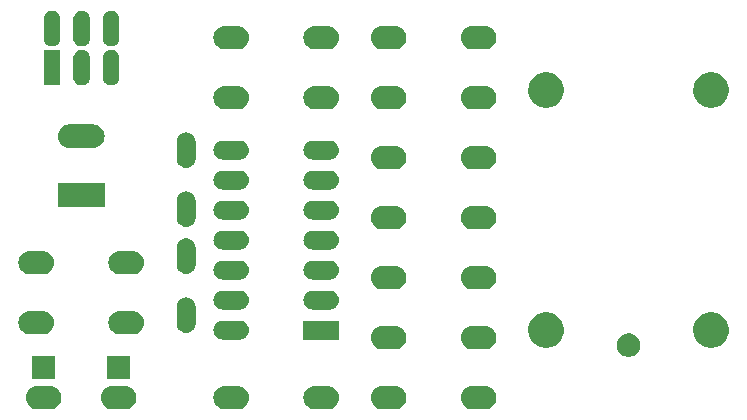
<source format=gbr>
G04 #@! TF.GenerationSoftware,KiCad,Pcbnew,(5.0.1)-4*
G04 #@! TF.CreationDate,2019-02-21T12:32:08-03:00*
G04 #@! TF.ProjectId,ponta-de-prova-logica-simplificada,706F6E74612D64652D70726F76612D6C,02*
G04 #@! TF.SameCoordinates,Original*
G04 #@! TF.FileFunction,Soldermask,Top*
G04 #@! TF.FilePolarity,Negative*
%FSLAX46Y46*%
G04 Gerber Fmt 4.6, Leading zero omitted, Abs format (unit mm)*
G04 Created by KiCad (PCBNEW (5.0.1)-4) date 21-02-2019 12:32:08*
%MOMM*%
%LPD*%
G01*
G04 APERTURE LIST*
%ADD10C,0.100000*%
G04 APERTURE END LIST*
D10*
G36*
X172146030Y-115854469D02*
X172146033Y-115854470D01*
X172146034Y-115854470D01*
X172334535Y-115911651D01*
X172334537Y-115911652D01*
X172508260Y-116004509D01*
X172660528Y-116129472D01*
X172785491Y-116281740D01*
X172878348Y-116455463D01*
X172935531Y-116643970D01*
X172954838Y-116840000D01*
X172935531Y-117036030D01*
X172878348Y-117224537D01*
X172785491Y-117398260D01*
X172660528Y-117550528D01*
X172508260Y-117675491D01*
X172508258Y-117675492D01*
X172334535Y-117768349D01*
X172146034Y-117825530D01*
X172146033Y-117825530D01*
X172146030Y-117825531D01*
X171999124Y-117840000D01*
X170900876Y-117840000D01*
X170753970Y-117825531D01*
X170753967Y-117825530D01*
X170753966Y-117825530D01*
X170565465Y-117768349D01*
X170391742Y-117675492D01*
X170391740Y-117675491D01*
X170239472Y-117550528D01*
X170114509Y-117398260D01*
X170021652Y-117224537D01*
X169964469Y-117036030D01*
X169945162Y-116840000D01*
X169964469Y-116643970D01*
X170021652Y-116455463D01*
X170114509Y-116281740D01*
X170239472Y-116129472D01*
X170391740Y-116004509D01*
X170565463Y-115911652D01*
X170565465Y-115911651D01*
X170753966Y-115854470D01*
X170753967Y-115854470D01*
X170753970Y-115854469D01*
X170900876Y-115840000D01*
X171999124Y-115840000D01*
X172146030Y-115854469D01*
X172146030Y-115854469D01*
G37*
G36*
X164526030Y-115854469D02*
X164526033Y-115854470D01*
X164526034Y-115854470D01*
X164714535Y-115911651D01*
X164714537Y-115911652D01*
X164888260Y-116004509D01*
X165040528Y-116129472D01*
X165165491Y-116281740D01*
X165258348Y-116455463D01*
X165315531Y-116643970D01*
X165334838Y-116840000D01*
X165315531Y-117036030D01*
X165258348Y-117224537D01*
X165165491Y-117398260D01*
X165040528Y-117550528D01*
X164888260Y-117675491D01*
X164888258Y-117675492D01*
X164714535Y-117768349D01*
X164526034Y-117825530D01*
X164526033Y-117825530D01*
X164526030Y-117825531D01*
X164379124Y-117840000D01*
X163280876Y-117840000D01*
X163133970Y-117825531D01*
X163133967Y-117825530D01*
X163133966Y-117825530D01*
X162945465Y-117768349D01*
X162771742Y-117675492D01*
X162771740Y-117675491D01*
X162619472Y-117550528D01*
X162494509Y-117398260D01*
X162401652Y-117224537D01*
X162344469Y-117036030D01*
X162325162Y-116840000D01*
X162344469Y-116643970D01*
X162401652Y-116455463D01*
X162494509Y-116281740D01*
X162619472Y-116129472D01*
X162771740Y-116004509D01*
X162945463Y-115911652D01*
X162945465Y-115911651D01*
X163133966Y-115854470D01*
X163133967Y-115854470D01*
X163133970Y-115854469D01*
X163280876Y-115840000D01*
X164379124Y-115840000D01*
X164526030Y-115854469D01*
X164526030Y-115854469D01*
G37*
G36*
X158811030Y-115854469D02*
X158811033Y-115854470D01*
X158811034Y-115854470D01*
X158999535Y-115911651D01*
X158999537Y-115911652D01*
X159173260Y-116004509D01*
X159325528Y-116129472D01*
X159450491Y-116281740D01*
X159543348Y-116455463D01*
X159600531Y-116643970D01*
X159619838Y-116840000D01*
X159600531Y-117036030D01*
X159543348Y-117224537D01*
X159450491Y-117398260D01*
X159325528Y-117550528D01*
X159173260Y-117675491D01*
X159173258Y-117675492D01*
X158999535Y-117768349D01*
X158811034Y-117825530D01*
X158811033Y-117825530D01*
X158811030Y-117825531D01*
X158664124Y-117840000D01*
X157565876Y-117840000D01*
X157418970Y-117825531D01*
X157418967Y-117825530D01*
X157418966Y-117825530D01*
X157230465Y-117768349D01*
X157056742Y-117675492D01*
X157056740Y-117675491D01*
X156904472Y-117550528D01*
X156779509Y-117398260D01*
X156686652Y-117224537D01*
X156629469Y-117036030D01*
X156610162Y-116840000D01*
X156629469Y-116643970D01*
X156686652Y-116455463D01*
X156779509Y-116281740D01*
X156904472Y-116129472D01*
X157056740Y-116004509D01*
X157230463Y-115911652D01*
X157230465Y-115911651D01*
X157418966Y-115854470D01*
X157418967Y-115854470D01*
X157418970Y-115854469D01*
X157565876Y-115840000D01*
X158664124Y-115840000D01*
X158811030Y-115854469D01*
X158811030Y-115854469D01*
G37*
G36*
X141666030Y-115854469D02*
X141666033Y-115854470D01*
X141666034Y-115854470D01*
X141854535Y-115911651D01*
X141854537Y-115911652D01*
X142028260Y-116004509D01*
X142180528Y-116129472D01*
X142305491Y-116281740D01*
X142398348Y-116455463D01*
X142455531Y-116643970D01*
X142474838Y-116840000D01*
X142455531Y-117036030D01*
X142398348Y-117224537D01*
X142305491Y-117398260D01*
X142180528Y-117550528D01*
X142028260Y-117675491D01*
X142028258Y-117675492D01*
X141854535Y-117768349D01*
X141666034Y-117825530D01*
X141666033Y-117825530D01*
X141666030Y-117825531D01*
X141519124Y-117840000D01*
X140420876Y-117840000D01*
X140273970Y-117825531D01*
X140273967Y-117825530D01*
X140273966Y-117825530D01*
X140085465Y-117768349D01*
X139911742Y-117675492D01*
X139911740Y-117675491D01*
X139759472Y-117550528D01*
X139634509Y-117398260D01*
X139541652Y-117224537D01*
X139484469Y-117036030D01*
X139465162Y-116840000D01*
X139484469Y-116643970D01*
X139541652Y-116455463D01*
X139634509Y-116281740D01*
X139759472Y-116129472D01*
X139911740Y-116004509D01*
X140085463Y-115911652D01*
X140085465Y-115911651D01*
X140273966Y-115854470D01*
X140273967Y-115854470D01*
X140273970Y-115854469D01*
X140420876Y-115840000D01*
X141519124Y-115840000D01*
X141666030Y-115854469D01*
X141666030Y-115854469D01*
G37*
G36*
X151191030Y-115854469D02*
X151191033Y-115854470D01*
X151191034Y-115854470D01*
X151379535Y-115911651D01*
X151379537Y-115911652D01*
X151553260Y-116004509D01*
X151705528Y-116129472D01*
X151830491Y-116281740D01*
X151923348Y-116455463D01*
X151980531Y-116643970D01*
X151999838Y-116840000D01*
X151980531Y-117036030D01*
X151923348Y-117224537D01*
X151830491Y-117398260D01*
X151705528Y-117550528D01*
X151553260Y-117675491D01*
X151553258Y-117675492D01*
X151379535Y-117768349D01*
X151191034Y-117825530D01*
X151191033Y-117825530D01*
X151191030Y-117825531D01*
X151044124Y-117840000D01*
X149945876Y-117840000D01*
X149798970Y-117825531D01*
X149798967Y-117825530D01*
X149798966Y-117825530D01*
X149610465Y-117768349D01*
X149436742Y-117675492D01*
X149436740Y-117675491D01*
X149284472Y-117550528D01*
X149159509Y-117398260D01*
X149066652Y-117224537D01*
X149009469Y-117036030D01*
X148990162Y-116840000D01*
X149009469Y-116643970D01*
X149066652Y-116455463D01*
X149159509Y-116281740D01*
X149284472Y-116129472D01*
X149436740Y-116004509D01*
X149610463Y-115911652D01*
X149610465Y-115911651D01*
X149798966Y-115854470D01*
X149798967Y-115854470D01*
X149798970Y-115854469D01*
X149945876Y-115840000D01*
X151044124Y-115840000D01*
X151191030Y-115854469D01*
X151191030Y-115854469D01*
G37*
G36*
X135316030Y-115854469D02*
X135316033Y-115854470D01*
X135316034Y-115854470D01*
X135504535Y-115911651D01*
X135504537Y-115911652D01*
X135678260Y-116004509D01*
X135830528Y-116129472D01*
X135955491Y-116281740D01*
X136048348Y-116455463D01*
X136105531Y-116643970D01*
X136124838Y-116840000D01*
X136105531Y-117036030D01*
X136048348Y-117224537D01*
X135955491Y-117398260D01*
X135830528Y-117550528D01*
X135678260Y-117675491D01*
X135678258Y-117675492D01*
X135504535Y-117768349D01*
X135316034Y-117825530D01*
X135316033Y-117825530D01*
X135316030Y-117825531D01*
X135169124Y-117840000D01*
X134070876Y-117840000D01*
X133923970Y-117825531D01*
X133923967Y-117825530D01*
X133923966Y-117825530D01*
X133735465Y-117768349D01*
X133561742Y-117675492D01*
X133561740Y-117675491D01*
X133409472Y-117550528D01*
X133284509Y-117398260D01*
X133191652Y-117224537D01*
X133134469Y-117036030D01*
X133115162Y-116840000D01*
X133134469Y-116643970D01*
X133191652Y-116455463D01*
X133284509Y-116281740D01*
X133409472Y-116129472D01*
X133561740Y-116004509D01*
X133735463Y-115911652D01*
X133735465Y-115911651D01*
X133923966Y-115854470D01*
X133923967Y-115854470D01*
X133923970Y-115854469D01*
X134070876Y-115840000D01*
X135169124Y-115840000D01*
X135316030Y-115854469D01*
X135316030Y-115854469D01*
G37*
G36*
X135620000Y-115300000D02*
X133620000Y-115300000D01*
X133620000Y-113300000D01*
X135620000Y-113300000D01*
X135620000Y-115300000D01*
X135620000Y-115300000D01*
G37*
G36*
X141970000Y-115300000D02*
X139970000Y-115300000D01*
X139970000Y-113300000D01*
X141970000Y-113300000D01*
X141970000Y-115300000D01*
X141970000Y-115300000D01*
G37*
G36*
X184441538Y-111433919D02*
X184623437Y-111509264D01*
X184787141Y-111618648D01*
X184926352Y-111757859D01*
X185035736Y-111921563D01*
X185111081Y-112103462D01*
X185149490Y-112296557D01*
X185149490Y-112493443D01*
X185111081Y-112686538D01*
X185035736Y-112868437D01*
X184926352Y-113032141D01*
X184787141Y-113171352D01*
X184623437Y-113280736D01*
X184441538Y-113356081D01*
X184248443Y-113394490D01*
X184051557Y-113394490D01*
X183858462Y-113356081D01*
X183676563Y-113280736D01*
X183512859Y-113171352D01*
X183373648Y-113032141D01*
X183264264Y-112868437D01*
X183188919Y-112686538D01*
X183150510Y-112493443D01*
X183150510Y-112296557D01*
X183188919Y-112103462D01*
X183264264Y-111921563D01*
X183373648Y-111757859D01*
X183512859Y-111618648D01*
X183676563Y-111509264D01*
X183858462Y-111433919D01*
X184051557Y-111395510D01*
X184248443Y-111395510D01*
X184441538Y-111433919D01*
X184441538Y-111433919D01*
G37*
G36*
X164526030Y-110774469D02*
X164526033Y-110774470D01*
X164526034Y-110774470D01*
X164714535Y-110831651D01*
X164714537Y-110831652D01*
X164888260Y-110924509D01*
X165040528Y-111049472D01*
X165165491Y-111201740D01*
X165231637Y-111325491D01*
X165258349Y-111375465D01*
X165315530Y-111563966D01*
X165315531Y-111563970D01*
X165334838Y-111760000D01*
X165315531Y-111956030D01*
X165258348Y-112144537D01*
X165165491Y-112318260D01*
X165040528Y-112470528D01*
X164888260Y-112595491D01*
X164714537Y-112688348D01*
X164714535Y-112688349D01*
X164526034Y-112745530D01*
X164526033Y-112745530D01*
X164526030Y-112745531D01*
X164379124Y-112760000D01*
X163280876Y-112760000D01*
X163133970Y-112745531D01*
X163133967Y-112745530D01*
X163133966Y-112745530D01*
X162945465Y-112688349D01*
X162945463Y-112688348D01*
X162771740Y-112595491D01*
X162619472Y-112470528D01*
X162494509Y-112318260D01*
X162401652Y-112144537D01*
X162344469Y-111956030D01*
X162325162Y-111760000D01*
X162344469Y-111563970D01*
X162344470Y-111563966D01*
X162401651Y-111375465D01*
X162428363Y-111325491D01*
X162494509Y-111201740D01*
X162619472Y-111049472D01*
X162771740Y-110924509D01*
X162945463Y-110831652D01*
X162945465Y-110831651D01*
X163133966Y-110774470D01*
X163133967Y-110774470D01*
X163133970Y-110774469D01*
X163280876Y-110760000D01*
X164379124Y-110760000D01*
X164526030Y-110774469D01*
X164526030Y-110774469D01*
G37*
G36*
X172146030Y-110774469D02*
X172146033Y-110774470D01*
X172146034Y-110774470D01*
X172334535Y-110831651D01*
X172334537Y-110831652D01*
X172508260Y-110924509D01*
X172660528Y-111049472D01*
X172785491Y-111201740D01*
X172851637Y-111325491D01*
X172878349Y-111375465D01*
X172935530Y-111563966D01*
X172935531Y-111563970D01*
X172954838Y-111760000D01*
X172935531Y-111956030D01*
X172878348Y-112144537D01*
X172785491Y-112318260D01*
X172660528Y-112470528D01*
X172508260Y-112595491D01*
X172334537Y-112688348D01*
X172334535Y-112688349D01*
X172146034Y-112745530D01*
X172146033Y-112745530D01*
X172146030Y-112745531D01*
X171999124Y-112760000D01*
X170900876Y-112760000D01*
X170753970Y-112745531D01*
X170753967Y-112745530D01*
X170753966Y-112745530D01*
X170565465Y-112688349D01*
X170565463Y-112688348D01*
X170391740Y-112595491D01*
X170239472Y-112470528D01*
X170114509Y-112318260D01*
X170021652Y-112144537D01*
X169964469Y-111956030D01*
X169945162Y-111760000D01*
X169964469Y-111563970D01*
X169964470Y-111563966D01*
X170021651Y-111375465D01*
X170048363Y-111325491D01*
X170114509Y-111201740D01*
X170239472Y-111049472D01*
X170391740Y-110924509D01*
X170565463Y-110831652D01*
X170565465Y-110831651D01*
X170753966Y-110774470D01*
X170753967Y-110774470D01*
X170753970Y-110774469D01*
X170900876Y-110760000D01*
X171999124Y-110760000D01*
X172146030Y-110774469D01*
X172146030Y-110774469D01*
G37*
G36*
X191475935Y-109663429D02*
X191572534Y-109682644D01*
X191845517Y-109795717D01*
X192049089Y-109931740D01*
X192091197Y-109959876D01*
X192300124Y-110168803D01*
X192300126Y-110168806D01*
X192464283Y-110414483D01*
X192576763Y-110686034D01*
X192577356Y-110687467D01*
X192635000Y-110977261D01*
X192635000Y-111272739D01*
X192620940Y-111343424D01*
X192577356Y-111562534D01*
X192464283Y-111835517D01*
X192406788Y-111921564D01*
X192300124Y-112081197D01*
X192091197Y-112290124D01*
X192091194Y-112290126D01*
X191845517Y-112454283D01*
X191572534Y-112567356D01*
X191475935Y-112586571D01*
X191282739Y-112625000D01*
X190987261Y-112625000D01*
X190794065Y-112586571D01*
X190697466Y-112567356D01*
X190424483Y-112454283D01*
X190178806Y-112290126D01*
X190178803Y-112290124D01*
X189969876Y-112081197D01*
X189863212Y-111921564D01*
X189805717Y-111835517D01*
X189692644Y-111562534D01*
X189649060Y-111343424D01*
X189635000Y-111272739D01*
X189635000Y-110977261D01*
X189692644Y-110687467D01*
X189693238Y-110686034D01*
X189805717Y-110414483D01*
X189969874Y-110168806D01*
X189969876Y-110168803D01*
X190178803Y-109959876D01*
X190220911Y-109931740D01*
X190424483Y-109795717D01*
X190697466Y-109682644D01*
X190794065Y-109663429D01*
X190987261Y-109625000D01*
X191282739Y-109625000D01*
X191475935Y-109663429D01*
X191475935Y-109663429D01*
G37*
G36*
X177505935Y-109663429D02*
X177602534Y-109682644D01*
X177875517Y-109795717D01*
X178079089Y-109931740D01*
X178121197Y-109959876D01*
X178330124Y-110168803D01*
X178330126Y-110168806D01*
X178494283Y-110414483D01*
X178606763Y-110686034D01*
X178607356Y-110687467D01*
X178665000Y-110977261D01*
X178665000Y-111272739D01*
X178650940Y-111343424D01*
X178607356Y-111562534D01*
X178494283Y-111835517D01*
X178436788Y-111921564D01*
X178330124Y-112081197D01*
X178121197Y-112290124D01*
X178121194Y-112290126D01*
X177875517Y-112454283D01*
X177602534Y-112567356D01*
X177505935Y-112586571D01*
X177312739Y-112625000D01*
X177017261Y-112625000D01*
X176824065Y-112586571D01*
X176727466Y-112567356D01*
X176454483Y-112454283D01*
X176208806Y-112290126D01*
X176208803Y-112290124D01*
X175999876Y-112081197D01*
X175893212Y-111921564D01*
X175835717Y-111835517D01*
X175722644Y-111562534D01*
X175679060Y-111343424D01*
X175665000Y-111272739D01*
X175665000Y-110977261D01*
X175722644Y-110687467D01*
X175723238Y-110686034D01*
X175835717Y-110414483D01*
X175999874Y-110168806D01*
X175999876Y-110168803D01*
X176208803Y-109959876D01*
X176250911Y-109931740D01*
X176454483Y-109795717D01*
X176727466Y-109682644D01*
X176824065Y-109663429D01*
X177017261Y-109625000D01*
X177312739Y-109625000D01*
X177505935Y-109663429D01*
X177505935Y-109663429D01*
G37*
G36*
X151312649Y-110332717D02*
X151351827Y-110336576D01*
X151427227Y-110359448D01*
X151502629Y-110382321D01*
X151641608Y-110456608D01*
X151763422Y-110556578D01*
X151863392Y-110678392D01*
X151937679Y-110817371D01*
X151983424Y-110968174D01*
X151998870Y-111125000D01*
X151983424Y-111281826D01*
X151937679Y-111432629D01*
X151863392Y-111571608D01*
X151763422Y-111693422D01*
X151641608Y-111793392D01*
X151502629Y-111867679D01*
X151427227Y-111890552D01*
X151351827Y-111913424D01*
X151312649Y-111917283D01*
X151234295Y-111925000D01*
X149755705Y-111925000D01*
X149677351Y-111917283D01*
X149638173Y-111913424D01*
X149562773Y-111890552D01*
X149487371Y-111867679D01*
X149348392Y-111793392D01*
X149226578Y-111693422D01*
X149126608Y-111571608D01*
X149052321Y-111432629D01*
X149006576Y-111281826D01*
X148991130Y-111125000D01*
X149006576Y-110968174D01*
X149052321Y-110817371D01*
X149126608Y-110678392D01*
X149226578Y-110556578D01*
X149348392Y-110456608D01*
X149487371Y-110382321D01*
X149562773Y-110359448D01*
X149638173Y-110336576D01*
X149677351Y-110332717D01*
X149755705Y-110325000D01*
X151234295Y-110325000D01*
X151312649Y-110332717D01*
X151312649Y-110332717D01*
G37*
G36*
X159615000Y-111925000D02*
X156615000Y-111925000D01*
X156615000Y-110325000D01*
X159615000Y-110325000D01*
X159615000Y-111925000D01*
X159615000Y-111925000D01*
G37*
G36*
X142301030Y-109504469D02*
X142301033Y-109504470D01*
X142301034Y-109504470D01*
X142489535Y-109561651D01*
X142489537Y-109561652D01*
X142663260Y-109654509D01*
X142815528Y-109779472D01*
X142940491Y-109931740D01*
X143033348Y-110105463D01*
X143090531Y-110293970D01*
X143109838Y-110490000D01*
X143090531Y-110686030D01*
X143090530Y-110686033D01*
X143090530Y-110686034D01*
X143036961Y-110862629D01*
X143033348Y-110874537D01*
X142940491Y-111048260D01*
X142815528Y-111200528D01*
X142663260Y-111325491D01*
X142663258Y-111325492D01*
X142489535Y-111418349D01*
X142301034Y-111475530D01*
X142301033Y-111475530D01*
X142301030Y-111475531D01*
X142154124Y-111490000D01*
X141055876Y-111490000D01*
X140908970Y-111475531D01*
X140908967Y-111475530D01*
X140908966Y-111475530D01*
X140720465Y-111418349D01*
X140546742Y-111325492D01*
X140546740Y-111325491D01*
X140394472Y-111200528D01*
X140269509Y-111048260D01*
X140176652Y-110874537D01*
X140173040Y-110862629D01*
X140119470Y-110686034D01*
X140119470Y-110686033D01*
X140119469Y-110686030D01*
X140100162Y-110490000D01*
X140119469Y-110293970D01*
X140176652Y-110105463D01*
X140269509Y-109931740D01*
X140394472Y-109779472D01*
X140546740Y-109654509D01*
X140720463Y-109561652D01*
X140720465Y-109561651D01*
X140908966Y-109504470D01*
X140908967Y-109504470D01*
X140908970Y-109504469D01*
X141055876Y-109490000D01*
X142154124Y-109490000D01*
X142301030Y-109504469D01*
X142301030Y-109504469D01*
G37*
G36*
X134681030Y-109504469D02*
X134681033Y-109504470D01*
X134681034Y-109504470D01*
X134869535Y-109561651D01*
X134869537Y-109561652D01*
X135043260Y-109654509D01*
X135195528Y-109779472D01*
X135320491Y-109931740D01*
X135413348Y-110105463D01*
X135470531Y-110293970D01*
X135489838Y-110490000D01*
X135470531Y-110686030D01*
X135470530Y-110686033D01*
X135470530Y-110686034D01*
X135416961Y-110862629D01*
X135413348Y-110874537D01*
X135320491Y-111048260D01*
X135195528Y-111200528D01*
X135043260Y-111325491D01*
X135043258Y-111325492D01*
X134869535Y-111418349D01*
X134681034Y-111475530D01*
X134681033Y-111475530D01*
X134681030Y-111475531D01*
X134534124Y-111490000D01*
X133435876Y-111490000D01*
X133288970Y-111475531D01*
X133288967Y-111475530D01*
X133288966Y-111475530D01*
X133100465Y-111418349D01*
X132926742Y-111325492D01*
X132926740Y-111325491D01*
X132774472Y-111200528D01*
X132649509Y-111048260D01*
X132556652Y-110874537D01*
X132553040Y-110862629D01*
X132499470Y-110686034D01*
X132499470Y-110686033D01*
X132499469Y-110686030D01*
X132480162Y-110490000D01*
X132499469Y-110293970D01*
X132556652Y-110105463D01*
X132649509Y-109931740D01*
X132774472Y-109779472D01*
X132926740Y-109654509D01*
X133100463Y-109561652D01*
X133100465Y-109561651D01*
X133288966Y-109504470D01*
X133288967Y-109504470D01*
X133288970Y-109504469D01*
X133435876Y-109490000D01*
X134534124Y-109490000D01*
X134681030Y-109504469D01*
X134681030Y-109504469D01*
G37*
G36*
X146841826Y-108366576D02*
X146917227Y-108389449D01*
X146992628Y-108412321D01*
X147131604Y-108486606D01*
X147131606Y-108486607D01*
X147131605Y-108486607D01*
X147253422Y-108586578D01*
X147253423Y-108586580D01*
X147253425Y-108586581D01*
X147353392Y-108708392D01*
X147427679Y-108847371D01*
X147473424Y-108998174D01*
X147485000Y-109115705D01*
X147485000Y-110594295D01*
X147473424Y-110711826D01*
X147427679Y-110862629D01*
X147353392Y-111001608D01*
X147253422Y-111123422D01*
X147131608Y-111223392D01*
X146992629Y-111297679D01*
X146917228Y-111320551D01*
X146841827Y-111343424D01*
X146685000Y-111358870D01*
X146528174Y-111343424D01*
X146452773Y-111320551D01*
X146377372Y-111297679D01*
X146238393Y-111223392D01*
X146116579Y-111123422D01*
X146016609Y-111001608D01*
X145942322Y-110862629D01*
X145896577Y-110711826D01*
X145885001Y-110594295D01*
X145885000Y-109115706D01*
X145896576Y-108998175D01*
X145896577Y-108998173D01*
X145942321Y-108847373D01*
X145942321Y-108847372D01*
X146016606Y-108708396D01*
X146116576Y-108586581D01*
X146116578Y-108586578D01*
X146116580Y-108586577D01*
X146116581Y-108586575D01*
X146238392Y-108486608D01*
X146377371Y-108412321D01*
X146452772Y-108389449D01*
X146528173Y-108366576D01*
X146685000Y-108351130D01*
X146841826Y-108366576D01*
X146841826Y-108366576D01*
G37*
G36*
X158932649Y-107792717D02*
X158971827Y-107796576D01*
X159047228Y-107819449D01*
X159122629Y-107842321D01*
X159261608Y-107916608D01*
X159383422Y-108016578D01*
X159483392Y-108138392D01*
X159557679Y-108277371D01*
X159603424Y-108428174D01*
X159618870Y-108585000D01*
X159603424Y-108741826D01*
X159557679Y-108892629D01*
X159483392Y-109031608D01*
X159383422Y-109153422D01*
X159261608Y-109253392D01*
X159122629Y-109327679D01*
X159047227Y-109350552D01*
X158971827Y-109373424D01*
X158932649Y-109377283D01*
X158854295Y-109385000D01*
X157375705Y-109385000D01*
X157297351Y-109377283D01*
X157258173Y-109373424D01*
X157182773Y-109350552D01*
X157107371Y-109327679D01*
X156968392Y-109253392D01*
X156846578Y-109153422D01*
X156746608Y-109031608D01*
X156672321Y-108892629D01*
X156626576Y-108741826D01*
X156611130Y-108585000D01*
X156626576Y-108428174D01*
X156672321Y-108277371D01*
X156746608Y-108138392D01*
X156846578Y-108016578D01*
X156968392Y-107916608D01*
X157107371Y-107842321D01*
X157182772Y-107819449D01*
X157258173Y-107796576D01*
X157297351Y-107792717D01*
X157375705Y-107785000D01*
X158854295Y-107785000D01*
X158932649Y-107792717D01*
X158932649Y-107792717D01*
G37*
G36*
X151312649Y-107792717D02*
X151351827Y-107796576D01*
X151427228Y-107819449D01*
X151502629Y-107842321D01*
X151641608Y-107916608D01*
X151763422Y-108016578D01*
X151863392Y-108138392D01*
X151937679Y-108277371D01*
X151983424Y-108428174D01*
X151998870Y-108585000D01*
X151983424Y-108741826D01*
X151937679Y-108892629D01*
X151863392Y-109031608D01*
X151763422Y-109153422D01*
X151641608Y-109253392D01*
X151502629Y-109327679D01*
X151427227Y-109350552D01*
X151351827Y-109373424D01*
X151312649Y-109377283D01*
X151234295Y-109385000D01*
X149755705Y-109385000D01*
X149677351Y-109377283D01*
X149638173Y-109373424D01*
X149562773Y-109350552D01*
X149487371Y-109327679D01*
X149348392Y-109253392D01*
X149226578Y-109153422D01*
X149126608Y-109031608D01*
X149052321Y-108892629D01*
X149006576Y-108741826D01*
X148991130Y-108585000D01*
X149006576Y-108428174D01*
X149052321Y-108277371D01*
X149126608Y-108138392D01*
X149226578Y-108016578D01*
X149348392Y-107916608D01*
X149487371Y-107842321D01*
X149562772Y-107819449D01*
X149638173Y-107796576D01*
X149677351Y-107792717D01*
X149755705Y-107785000D01*
X151234295Y-107785000D01*
X151312649Y-107792717D01*
X151312649Y-107792717D01*
G37*
G36*
X164526030Y-105694469D02*
X164526033Y-105694470D01*
X164526034Y-105694470D01*
X164714535Y-105751651D01*
X164714537Y-105751652D01*
X164888260Y-105844509D01*
X165040528Y-105969472D01*
X165165491Y-106121740D01*
X165165492Y-106121742D01*
X165258349Y-106295465D01*
X165315530Y-106483966D01*
X165315531Y-106483970D01*
X165334838Y-106680000D01*
X165315531Y-106876030D01*
X165258348Y-107064537D01*
X165165491Y-107238260D01*
X165040528Y-107390528D01*
X164888260Y-107515491D01*
X164888258Y-107515492D01*
X164714535Y-107608349D01*
X164526034Y-107665530D01*
X164526033Y-107665530D01*
X164526030Y-107665531D01*
X164379124Y-107680000D01*
X163280876Y-107680000D01*
X163133970Y-107665531D01*
X163133967Y-107665530D01*
X163133966Y-107665530D01*
X162945465Y-107608349D01*
X162771742Y-107515492D01*
X162771740Y-107515491D01*
X162619472Y-107390528D01*
X162494509Y-107238260D01*
X162401652Y-107064537D01*
X162344469Y-106876030D01*
X162325162Y-106680000D01*
X162344469Y-106483970D01*
X162344470Y-106483966D01*
X162401651Y-106295465D01*
X162494508Y-106121742D01*
X162494509Y-106121740D01*
X162619472Y-105969472D01*
X162771740Y-105844509D01*
X162945463Y-105751652D01*
X162945465Y-105751651D01*
X163133966Y-105694470D01*
X163133967Y-105694470D01*
X163133970Y-105694469D01*
X163280876Y-105680000D01*
X164379124Y-105680000D01*
X164526030Y-105694469D01*
X164526030Y-105694469D01*
G37*
G36*
X172146030Y-105694469D02*
X172146033Y-105694470D01*
X172146034Y-105694470D01*
X172334535Y-105751651D01*
X172334537Y-105751652D01*
X172508260Y-105844509D01*
X172660528Y-105969472D01*
X172785491Y-106121740D01*
X172785492Y-106121742D01*
X172878349Y-106295465D01*
X172935530Y-106483966D01*
X172935531Y-106483970D01*
X172954838Y-106680000D01*
X172935531Y-106876030D01*
X172878348Y-107064537D01*
X172785491Y-107238260D01*
X172660528Y-107390528D01*
X172508260Y-107515491D01*
X172508258Y-107515492D01*
X172334535Y-107608349D01*
X172146034Y-107665530D01*
X172146033Y-107665530D01*
X172146030Y-107665531D01*
X171999124Y-107680000D01*
X170900876Y-107680000D01*
X170753970Y-107665531D01*
X170753967Y-107665530D01*
X170753966Y-107665530D01*
X170565465Y-107608349D01*
X170391742Y-107515492D01*
X170391740Y-107515491D01*
X170239472Y-107390528D01*
X170114509Y-107238260D01*
X170021652Y-107064537D01*
X169964469Y-106876030D01*
X169945162Y-106680000D01*
X169964469Y-106483970D01*
X169964470Y-106483966D01*
X170021651Y-106295465D01*
X170114508Y-106121742D01*
X170114509Y-106121740D01*
X170239472Y-105969472D01*
X170391740Y-105844509D01*
X170565463Y-105751652D01*
X170565465Y-105751651D01*
X170753966Y-105694470D01*
X170753967Y-105694470D01*
X170753970Y-105694469D01*
X170900876Y-105680000D01*
X171999124Y-105680000D01*
X172146030Y-105694469D01*
X172146030Y-105694469D01*
G37*
G36*
X158932649Y-105252717D02*
X158971827Y-105256576D01*
X159047227Y-105279448D01*
X159122629Y-105302321D01*
X159261608Y-105376608D01*
X159383422Y-105476578D01*
X159483392Y-105598392D01*
X159557679Y-105737371D01*
X159603424Y-105888174D01*
X159618870Y-106045000D01*
X159603424Y-106201826D01*
X159557679Y-106352629D01*
X159483392Y-106491608D01*
X159383422Y-106613422D01*
X159261608Y-106713392D01*
X159122629Y-106787679D01*
X159047227Y-106810552D01*
X158971827Y-106833424D01*
X158932649Y-106837283D01*
X158854295Y-106845000D01*
X157375705Y-106845000D01*
X157297351Y-106837283D01*
X157258173Y-106833424D01*
X157182773Y-106810552D01*
X157107371Y-106787679D01*
X156968392Y-106713392D01*
X156846578Y-106613422D01*
X156746608Y-106491608D01*
X156672321Y-106352629D01*
X156626576Y-106201826D01*
X156611130Y-106045000D01*
X156626576Y-105888174D01*
X156672321Y-105737371D01*
X156746608Y-105598392D01*
X156846578Y-105476578D01*
X156968392Y-105376608D01*
X157107371Y-105302321D01*
X157182773Y-105279448D01*
X157258173Y-105256576D01*
X157297351Y-105252717D01*
X157375705Y-105245000D01*
X158854295Y-105245000D01*
X158932649Y-105252717D01*
X158932649Y-105252717D01*
G37*
G36*
X151312649Y-105252717D02*
X151351827Y-105256576D01*
X151427227Y-105279448D01*
X151502629Y-105302321D01*
X151641608Y-105376608D01*
X151763422Y-105476578D01*
X151863392Y-105598392D01*
X151937679Y-105737371D01*
X151983424Y-105888174D01*
X151998870Y-106045000D01*
X151983424Y-106201826D01*
X151937679Y-106352629D01*
X151863392Y-106491608D01*
X151763422Y-106613422D01*
X151641608Y-106713392D01*
X151502629Y-106787679D01*
X151427227Y-106810552D01*
X151351827Y-106833424D01*
X151312649Y-106837283D01*
X151234295Y-106845000D01*
X149755705Y-106845000D01*
X149677351Y-106837283D01*
X149638173Y-106833424D01*
X149562773Y-106810552D01*
X149487371Y-106787679D01*
X149348392Y-106713392D01*
X149226578Y-106613422D01*
X149126608Y-106491608D01*
X149052321Y-106352629D01*
X149006576Y-106201826D01*
X148991130Y-106045000D01*
X149006576Y-105888174D01*
X149052321Y-105737371D01*
X149126608Y-105598392D01*
X149226578Y-105476578D01*
X149348392Y-105376608D01*
X149487371Y-105302321D01*
X149562773Y-105279448D01*
X149638173Y-105256576D01*
X149677351Y-105252717D01*
X149755705Y-105245000D01*
X151234295Y-105245000D01*
X151312649Y-105252717D01*
X151312649Y-105252717D01*
G37*
G36*
X142301030Y-104424469D02*
X142301033Y-104424470D01*
X142301034Y-104424470D01*
X142489535Y-104481651D01*
X142489537Y-104481652D01*
X142663260Y-104574509D01*
X142815528Y-104699472D01*
X142940491Y-104851740D01*
X143033348Y-105025463D01*
X143090531Y-105213970D01*
X143109838Y-105410000D01*
X143090531Y-105606030D01*
X143090530Y-105606033D01*
X143090530Y-105606034D01*
X143046358Y-105751651D01*
X143033348Y-105794537D01*
X142940491Y-105968260D01*
X142815528Y-106120528D01*
X142663260Y-106245491D01*
X142663258Y-106245492D01*
X142489535Y-106338349D01*
X142301034Y-106395530D01*
X142301033Y-106395530D01*
X142301030Y-106395531D01*
X142154124Y-106410000D01*
X141055876Y-106410000D01*
X140908970Y-106395531D01*
X140908967Y-106395530D01*
X140908966Y-106395530D01*
X140720465Y-106338349D01*
X140546742Y-106245492D01*
X140546740Y-106245491D01*
X140394472Y-106120528D01*
X140269509Y-105968260D01*
X140176652Y-105794537D01*
X140163643Y-105751651D01*
X140119470Y-105606034D01*
X140119470Y-105606033D01*
X140119469Y-105606030D01*
X140100162Y-105410000D01*
X140119469Y-105213970D01*
X140176652Y-105025463D01*
X140269509Y-104851740D01*
X140394472Y-104699472D01*
X140546740Y-104574509D01*
X140720463Y-104481652D01*
X140720465Y-104481651D01*
X140908966Y-104424470D01*
X140908967Y-104424470D01*
X140908970Y-104424469D01*
X141055876Y-104410000D01*
X142154124Y-104410000D01*
X142301030Y-104424469D01*
X142301030Y-104424469D01*
G37*
G36*
X134681030Y-104424469D02*
X134681033Y-104424470D01*
X134681034Y-104424470D01*
X134869535Y-104481651D01*
X134869537Y-104481652D01*
X135043260Y-104574509D01*
X135195528Y-104699472D01*
X135320491Y-104851740D01*
X135413348Y-105025463D01*
X135470531Y-105213970D01*
X135489838Y-105410000D01*
X135470531Y-105606030D01*
X135470530Y-105606033D01*
X135470530Y-105606034D01*
X135426358Y-105751651D01*
X135413348Y-105794537D01*
X135320491Y-105968260D01*
X135195528Y-106120528D01*
X135043260Y-106245491D01*
X135043258Y-106245492D01*
X134869535Y-106338349D01*
X134681034Y-106395530D01*
X134681033Y-106395530D01*
X134681030Y-106395531D01*
X134534124Y-106410000D01*
X133435876Y-106410000D01*
X133288970Y-106395531D01*
X133288967Y-106395530D01*
X133288966Y-106395530D01*
X133100465Y-106338349D01*
X132926742Y-106245492D01*
X132926740Y-106245491D01*
X132774472Y-106120528D01*
X132649509Y-105968260D01*
X132556652Y-105794537D01*
X132543643Y-105751651D01*
X132499470Y-105606034D01*
X132499470Y-105606033D01*
X132499469Y-105606030D01*
X132480162Y-105410000D01*
X132499469Y-105213970D01*
X132556652Y-105025463D01*
X132649509Y-104851740D01*
X132774472Y-104699472D01*
X132926740Y-104574509D01*
X133100463Y-104481652D01*
X133100465Y-104481651D01*
X133288966Y-104424470D01*
X133288967Y-104424470D01*
X133288970Y-104424469D01*
X133435876Y-104410000D01*
X134534124Y-104410000D01*
X134681030Y-104424469D01*
X134681030Y-104424469D01*
G37*
G36*
X146841826Y-103366576D02*
X146917227Y-103389449D01*
X146992628Y-103412321D01*
X147131604Y-103486606D01*
X147131606Y-103486607D01*
X147131605Y-103486607D01*
X147253422Y-103586578D01*
X147253423Y-103586580D01*
X147253425Y-103586581D01*
X147353392Y-103708392D01*
X147427679Y-103847371D01*
X147450551Y-103922772D01*
X147473424Y-103998173D01*
X147485000Y-104115707D01*
X147485000Y-105594293D01*
X147473424Y-105711827D01*
X147461343Y-105751652D01*
X147427679Y-105862629D01*
X147353392Y-106001608D01*
X147253422Y-106123422D01*
X147131608Y-106223392D01*
X146992629Y-106297679D01*
X146917227Y-106320552D01*
X146841827Y-106343424D01*
X146685000Y-106358870D01*
X146528174Y-106343424D01*
X146452774Y-106320552D01*
X146377372Y-106297679D01*
X146238393Y-106223392D01*
X146116579Y-106123422D01*
X146016609Y-106001608D01*
X145942322Y-105862629D01*
X145908658Y-105751652D01*
X145896577Y-105711827D01*
X145885001Y-105594293D01*
X145885000Y-104115708D01*
X145896576Y-103998174D01*
X145942321Y-103847373D01*
X145942321Y-103847372D01*
X146016606Y-103708396D01*
X146116576Y-103586581D01*
X146116578Y-103586578D01*
X146116580Y-103586577D01*
X146116581Y-103586575D01*
X146238392Y-103486608D01*
X146377371Y-103412321D01*
X146452772Y-103389449D01*
X146528173Y-103366576D01*
X146685000Y-103351130D01*
X146841826Y-103366576D01*
X146841826Y-103366576D01*
G37*
G36*
X151312649Y-102712717D02*
X151351827Y-102716576D01*
X151427227Y-102739448D01*
X151502629Y-102762321D01*
X151641608Y-102836608D01*
X151763422Y-102936578D01*
X151863392Y-103058392D01*
X151937679Y-103197371D01*
X151937679Y-103197372D01*
X151983424Y-103348173D01*
X151989742Y-103412321D01*
X151998870Y-103505000D01*
X151983424Y-103661826D01*
X151937679Y-103812629D01*
X151863392Y-103951608D01*
X151763422Y-104073422D01*
X151641608Y-104173392D01*
X151502629Y-104247679D01*
X151427227Y-104270552D01*
X151351827Y-104293424D01*
X151312649Y-104297283D01*
X151234295Y-104305000D01*
X149755705Y-104305000D01*
X149677351Y-104297283D01*
X149638173Y-104293424D01*
X149562773Y-104270552D01*
X149487371Y-104247679D01*
X149348392Y-104173392D01*
X149226578Y-104073422D01*
X149126608Y-103951608D01*
X149052321Y-103812629D01*
X149006576Y-103661826D01*
X148991130Y-103505000D01*
X149000258Y-103412321D01*
X149006576Y-103348173D01*
X149052321Y-103197372D01*
X149052321Y-103197371D01*
X149126608Y-103058392D01*
X149226578Y-102936578D01*
X149348392Y-102836608D01*
X149487371Y-102762321D01*
X149562773Y-102739448D01*
X149638173Y-102716576D01*
X149677351Y-102712717D01*
X149755705Y-102705000D01*
X151234295Y-102705000D01*
X151312649Y-102712717D01*
X151312649Y-102712717D01*
G37*
G36*
X158932649Y-102712717D02*
X158971827Y-102716576D01*
X159047227Y-102739448D01*
X159122629Y-102762321D01*
X159261608Y-102836608D01*
X159383422Y-102936578D01*
X159483392Y-103058392D01*
X159557679Y-103197371D01*
X159557679Y-103197372D01*
X159603424Y-103348173D01*
X159609742Y-103412321D01*
X159618870Y-103505000D01*
X159603424Y-103661826D01*
X159557679Y-103812629D01*
X159483392Y-103951608D01*
X159383422Y-104073422D01*
X159261608Y-104173392D01*
X159122629Y-104247679D01*
X159047227Y-104270552D01*
X158971827Y-104293424D01*
X158932649Y-104297283D01*
X158854295Y-104305000D01*
X157375705Y-104305000D01*
X157297351Y-104297283D01*
X157258173Y-104293424D01*
X157182773Y-104270552D01*
X157107371Y-104247679D01*
X156968392Y-104173392D01*
X156846578Y-104073422D01*
X156746608Y-103951608D01*
X156672321Y-103812629D01*
X156626576Y-103661826D01*
X156611130Y-103505000D01*
X156620258Y-103412321D01*
X156626576Y-103348173D01*
X156672321Y-103197372D01*
X156672321Y-103197371D01*
X156746608Y-103058392D01*
X156846578Y-102936578D01*
X156968392Y-102836608D01*
X157107371Y-102762321D01*
X157182773Y-102739448D01*
X157258173Y-102716576D01*
X157297351Y-102712717D01*
X157375705Y-102705000D01*
X158854295Y-102705000D01*
X158932649Y-102712717D01*
X158932649Y-102712717D01*
G37*
G36*
X164526030Y-100614469D02*
X164526033Y-100614470D01*
X164526034Y-100614470D01*
X164714535Y-100671651D01*
X164714537Y-100671652D01*
X164888260Y-100764509D01*
X165040528Y-100889472D01*
X165165491Y-101041740D01*
X165258348Y-101215463D01*
X165315531Y-101403970D01*
X165334838Y-101600000D01*
X165315531Y-101796030D01*
X165315530Y-101796033D01*
X165315530Y-101796034D01*
X165286229Y-101892628D01*
X165258348Y-101984537D01*
X165165491Y-102158260D01*
X165040528Y-102310528D01*
X164888260Y-102435491D01*
X164888258Y-102435492D01*
X164714535Y-102528349D01*
X164526034Y-102585530D01*
X164526033Y-102585530D01*
X164526030Y-102585531D01*
X164379124Y-102600000D01*
X163280876Y-102600000D01*
X163133970Y-102585531D01*
X163133967Y-102585530D01*
X163133966Y-102585530D01*
X162945465Y-102528349D01*
X162771742Y-102435492D01*
X162771740Y-102435491D01*
X162619472Y-102310528D01*
X162494509Y-102158260D01*
X162401652Y-101984537D01*
X162373772Y-101892628D01*
X162344470Y-101796034D01*
X162344470Y-101796033D01*
X162344469Y-101796030D01*
X162325162Y-101600000D01*
X162344469Y-101403970D01*
X162401652Y-101215463D01*
X162494509Y-101041740D01*
X162619472Y-100889472D01*
X162771740Y-100764509D01*
X162945463Y-100671652D01*
X162945465Y-100671651D01*
X163133966Y-100614470D01*
X163133967Y-100614470D01*
X163133970Y-100614469D01*
X163280876Y-100600000D01*
X164379124Y-100600000D01*
X164526030Y-100614469D01*
X164526030Y-100614469D01*
G37*
G36*
X172146030Y-100614469D02*
X172146033Y-100614470D01*
X172146034Y-100614470D01*
X172334535Y-100671651D01*
X172334537Y-100671652D01*
X172508260Y-100764509D01*
X172660528Y-100889472D01*
X172785491Y-101041740D01*
X172878348Y-101215463D01*
X172935531Y-101403970D01*
X172954838Y-101600000D01*
X172935531Y-101796030D01*
X172935530Y-101796033D01*
X172935530Y-101796034D01*
X172906229Y-101892628D01*
X172878348Y-101984537D01*
X172785491Y-102158260D01*
X172660528Y-102310528D01*
X172508260Y-102435491D01*
X172508258Y-102435492D01*
X172334535Y-102528349D01*
X172146034Y-102585530D01*
X172146033Y-102585530D01*
X172146030Y-102585531D01*
X171999124Y-102600000D01*
X170900876Y-102600000D01*
X170753970Y-102585531D01*
X170753967Y-102585530D01*
X170753966Y-102585530D01*
X170565465Y-102528349D01*
X170391742Y-102435492D01*
X170391740Y-102435491D01*
X170239472Y-102310528D01*
X170114509Y-102158260D01*
X170021652Y-101984537D01*
X169993772Y-101892628D01*
X169964470Y-101796034D01*
X169964470Y-101796033D01*
X169964469Y-101796030D01*
X169945162Y-101600000D01*
X169964469Y-101403970D01*
X170021652Y-101215463D01*
X170114509Y-101041740D01*
X170239472Y-100889472D01*
X170391740Y-100764509D01*
X170565463Y-100671652D01*
X170565465Y-100671651D01*
X170753966Y-100614470D01*
X170753967Y-100614470D01*
X170753970Y-100614469D01*
X170900876Y-100600000D01*
X171999124Y-100600000D01*
X172146030Y-100614469D01*
X172146030Y-100614469D01*
G37*
G36*
X146841827Y-99396576D02*
X146917227Y-99419448D01*
X146992629Y-99442321D01*
X147131608Y-99516608D01*
X147253422Y-99616578D01*
X147353392Y-99738392D01*
X147427679Y-99877371D01*
X147427679Y-99877372D01*
X147473424Y-100028173D01*
X147485000Y-100145707D01*
X147485000Y-101624293D01*
X147473424Y-101741827D01*
X147456982Y-101796030D01*
X147427679Y-101892629D01*
X147353392Y-102031608D01*
X147253425Y-102153419D01*
X147253423Y-102153420D01*
X147253422Y-102153422D01*
X147162059Y-102228400D01*
X147131604Y-102253394D01*
X146992628Y-102327679D01*
X146917226Y-102350552D01*
X146841826Y-102373424D01*
X146685000Y-102388870D01*
X146528173Y-102373424D01*
X146452773Y-102350552D01*
X146377371Y-102327679D01*
X146238392Y-102253392D01*
X146116581Y-102153425D01*
X146116580Y-102153423D01*
X146116578Y-102153422D01*
X146016607Y-102031605D01*
X145942322Y-101892629D01*
X145942321Y-101892628D01*
X145900094Y-101753424D01*
X145896576Y-101741826D01*
X145885000Y-101624292D01*
X145885001Y-100145707D01*
X145896577Y-100028173D01*
X145942322Y-99877372D01*
X145942322Y-99877371D01*
X146016609Y-99738392D01*
X146116579Y-99616578D01*
X146238393Y-99516608D01*
X146377372Y-99442321D01*
X146452774Y-99419448D01*
X146528174Y-99396576D01*
X146685000Y-99381130D01*
X146841827Y-99396576D01*
X146841827Y-99396576D01*
G37*
G36*
X151312649Y-100172717D02*
X151351827Y-100176576D01*
X151427228Y-100199449D01*
X151502629Y-100222321D01*
X151641608Y-100296608D01*
X151763422Y-100396578D01*
X151863392Y-100518392D01*
X151937679Y-100657371D01*
X151983424Y-100808174D01*
X151998870Y-100965000D01*
X151983424Y-101121826D01*
X151937679Y-101272629D01*
X151863392Y-101411608D01*
X151763422Y-101533422D01*
X151641608Y-101633392D01*
X151502629Y-101707679D01*
X151427228Y-101730551D01*
X151351827Y-101753424D01*
X151312649Y-101757283D01*
X151234295Y-101765000D01*
X149755705Y-101765000D01*
X149677351Y-101757283D01*
X149638173Y-101753424D01*
X149562772Y-101730551D01*
X149487371Y-101707679D01*
X149348392Y-101633392D01*
X149226578Y-101533422D01*
X149126608Y-101411608D01*
X149052321Y-101272629D01*
X149006576Y-101121826D01*
X148991130Y-100965000D01*
X149006576Y-100808174D01*
X149052321Y-100657371D01*
X149126608Y-100518392D01*
X149226578Y-100396578D01*
X149348392Y-100296608D01*
X149487371Y-100222321D01*
X149562772Y-100199449D01*
X149638173Y-100176576D01*
X149677351Y-100172717D01*
X149755705Y-100165000D01*
X151234295Y-100165000D01*
X151312649Y-100172717D01*
X151312649Y-100172717D01*
G37*
G36*
X158932649Y-100172717D02*
X158971827Y-100176576D01*
X159047228Y-100199449D01*
X159122629Y-100222321D01*
X159261608Y-100296608D01*
X159383422Y-100396578D01*
X159483392Y-100518392D01*
X159557679Y-100657371D01*
X159603424Y-100808174D01*
X159618870Y-100965000D01*
X159603424Y-101121826D01*
X159557679Y-101272629D01*
X159483392Y-101411608D01*
X159383422Y-101533422D01*
X159261608Y-101633392D01*
X159122629Y-101707679D01*
X159047228Y-101730551D01*
X158971827Y-101753424D01*
X158932649Y-101757283D01*
X158854295Y-101765000D01*
X157375705Y-101765000D01*
X157297351Y-101757283D01*
X157258173Y-101753424D01*
X157182772Y-101730551D01*
X157107371Y-101707679D01*
X156968392Y-101633392D01*
X156846578Y-101533422D01*
X156746608Y-101411608D01*
X156672321Y-101272629D01*
X156626576Y-101121826D01*
X156611130Y-100965000D01*
X156626576Y-100808174D01*
X156672321Y-100657371D01*
X156746608Y-100518392D01*
X156846578Y-100396578D01*
X156968392Y-100296608D01*
X157107371Y-100222321D01*
X157182772Y-100199449D01*
X157258173Y-100176576D01*
X157297351Y-100172717D01*
X157375705Y-100165000D01*
X158854295Y-100165000D01*
X158932649Y-100172717D01*
X158932649Y-100172717D01*
G37*
G36*
X139775000Y-100685000D02*
X135815000Y-100685000D01*
X135815000Y-98705000D01*
X139775000Y-98705000D01*
X139775000Y-100685000D01*
X139775000Y-100685000D01*
G37*
G36*
X151312649Y-97632717D02*
X151351827Y-97636576D01*
X151427227Y-97659448D01*
X151502629Y-97682321D01*
X151641608Y-97756608D01*
X151763422Y-97856578D01*
X151863392Y-97978392D01*
X151937679Y-98117371D01*
X151983424Y-98268174D01*
X151998870Y-98425000D01*
X151983424Y-98581826D01*
X151937679Y-98732629D01*
X151863392Y-98871608D01*
X151763422Y-98993422D01*
X151641608Y-99093392D01*
X151502629Y-99167679D01*
X151427227Y-99190552D01*
X151351827Y-99213424D01*
X151312649Y-99217283D01*
X151234295Y-99225000D01*
X149755705Y-99225000D01*
X149677351Y-99217283D01*
X149638173Y-99213424D01*
X149562773Y-99190552D01*
X149487371Y-99167679D01*
X149348392Y-99093392D01*
X149226578Y-98993422D01*
X149126608Y-98871608D01*
X149052321Y-98732629D01*
X149006576Y-98581826D01*
X148991130Y-98425000D01*
X149006576Y-98268174D01*
X149052321Y-98117371D01*
X149126608Y-97978392D01*
X149226578Y-97856578D01*
X149348392Y-97756608D01*
X149487371Y-97682321D01*
X149562773Y-97659448D01*
X149638173Y-97636576D01*
X149677351Y-97632717D01*
X149755705Y-97625000D01*
X151234295Y-97625000D01*
X151312649Y-97632717D01*
X151312649Y-97632717D01*
G37*
G36*
X158932649Y-97632717D02*
X158971827Y-97636576D01*
X159047227Y-97659448D01*
X159122629Y-97682321D01*
X159261608Y-97756608D01*
X159383422Y-97856578D01*
X159483392Y-97978392D01*
X159557679Y-98117371D01*
X159603424Y-98268174D01*
X159618870Y-98425000D01*
X159603424Y-98581826D01*
X159557679Y-98732629D01*
X159483392Y-98871608D01*
X159383422Y-98993422D01*
X159261608Y-99093392D01*
X159122629Y-99167679D01*
X159047227Y-99190552D01*
X158971827Y-99213424D01*
X158932649Y-99217283D01*
X158854295Y-99225000D01*
X157375705Y-99225000D01*
X157297351Y-99217283D01*
X157258173Y-99213424D01*
X157182773Y-99190552D01*
X157107371Y-99167679D01*
X156968392Y-99093392D01*
X156846578Y-98993422D01*
X156746608Y-98871608D01*
X156672321Y-98732629D01*
X156626576Y-98581826D01*
X156611130Y-98425000D01*
X156626576Y-98268174D01*
X156672321Y-98117371D01*
X156746608Y-97978392D01*
X156846578Y-97856578D01*
X156968392Y-97756608D01*
X157107371Y-97682321D01*
X157182773Y-97659448D01*
X157258173Y-97636576D01*
X157297351Y-97632717D01*
X157375705Y-97625000D01*
X158854295Y-97625000D01*
X158932649Y-97632717D01*
X158932649Y-97632717D01*
G37*
G36*
X164526030Y-95534469D02*
X164526033Y-95534470D01*
X164526034Y-95534470D01*
X164714535Y-95591651D01*
X164714537Y-95591652D01*
X164888260Y-95684509D01*
X165040528Y-95809472D01*
X165165491Y-95961740D01*
X165258348Y-96135463D01*
X165315531Y-96323970D01*
X165334838Y-96520000D01*
X165315531Y-96716030D01*
X165315530Y-96716033D01*
X165315530Y-96716034D01*
X165261961Y-96892629D01*
X165258348Y-96904537D01*
X165165491Y-97078260D01*
X165040528Y-97230528D01*
X164888260Y-97355491D01*
X164888258Y-97355492D01*
X164714535Y-97448349D01*
X164526034Y-97505530D01*
X164526033Y-97505530D01*
X164526030Y-97505531D01*
X164379124Y-97520000D01*
X163280876Y-97520000D01*
X163133970Y-97505531D01*
X163133967Y-97505530D01*
X163133966Y-97505530D01*
X162945465Y-97448349D01*
X162771742Y-97355492D01*
X162771740Y-97355491D01*
X162619472Y-97230528D01*
X162494509Y-97078260D01*
X162401652Y-96904537D01*
X162398040Y-96892629D01*
X162344470Y-96716034D01*
X162344470Y-96716033D01*
X162344469Y-96716030D01*
X162325162Y-96520000D01*
X162344469Y-96323970D01*
X162401652Y-96135463D01*
X162494509Y-95961740D01*
X162619472Y-95809472D01*
X162771740Y-95684509D01*
X162945463Y-95591652D01*
X162945465Y-95591651D01*
X163133966Y-95534470D01*
X163133967Y-95534470D01*
X163133970Y-95534469D01*
X163280876Y-95520000D01*
X164379124Y-95520000D01*
X164526030Y-95534469D01*
X164526030Y-95534469D01*
G37*
G36*
X172146030Y-95534469D02*
X172146033Y-95534470D01*
X172146034Y-95534470D01*
X172334535Y-95591651D01*
X172334537Y-95591652D01*
X172508260Y-95684509D01*
X172660528Y-95809472D01*
X172785491Y-95961740D01*
X172878348Y-96135463D01*
X172935531Y-96323970D01*
X172954838Y-96520000D01*
X172935531Y-96716030D01*
X172935530Y-96716033D01*
X172935530Y-96716034D01*
X172881961Y-96892629D01*
X172878348Y-96904537D01*
X172785491Y-97078260D01*
X172660528Y-97230528D01*
X172508260Y-97355491D01*
X172508258Y-97355492D01*
X172334535Y-97448349D01*
X172146034Y-97505530D01*
X172146033Y-97505530D01*
X172146030Y-97505531D01*
X171999124Y-97520000D01*
X170900876Y-97520000D01*
X170753970Y-97505531D01*
X170753967Y-97505530D01*
X170753966Y-97505530D01*
X170565465Y-97448349D01*
X170391742Y-97355492D01*
X170391740Y-97355491D01*
X170239472Y-97230528D01*
X170114509Y-97078260D01*
X170021652Y-96904537D01*
X170018040Y-96892629D01*
X169964470Y-96716034D01*
X169964470Y-96716033D01*
X169964469Y-96716030D01*
X169945162Y-96520000D01*
X169964469Y-96323970D01*
X170021652Y-96135463D01*
X170114509Y-95961740D01*
X170239472Y-95809472D01*
X170391740Y-95684509D01*
X170565463Y-95591652D01*
X170565465Y-95591651D01*
X170753966Y-95534470D01*
X170753967Y-95534470D01*
X170753970Y-95534469D01*
X170900876Y-95520000D01*
X171999124Y-95520000D01*
X172146030Y-95534469D01*
X172146030Y-95534469D01*
G37*
G36*
X146841827Y-94396576D02*
X146917227Y-94419448D01*
X146992629Y-94442321D01*
X147131608Y-94516608D01*
X147253422Y-94616578D01*
X147353392Y-94738392D01*
X147427679Y-94877371D01*
X147473424Y-95028174D01*
X147485000Y-95145705D01*
X147485000Y-96624295D01*
X147473424Y-96741826D01*
X147427679Y-96892629D01*
X147353392Y-97031608D01*
X147253425Y-97153419D01*
X147253423Y-97153420D01*
X147253422Y-97153422D01*
X147253418Y-97153425D01*
X147131604Y-97253394D01*
X146992628Y-97327679D01*
X146917226Y-97350552D01*
X146841826Y-97373424D01*
X146685000Y-97388870D01*
X146528173Y-97373424D01*
X146452773Y-97350552D01*
X146377371Y-97327679D01*
X146238392Y-97253392D01*
X146116581Y-97153425D01*
X146116580Y-97153423D01*
X146116578Y-97153422D01*
X146016607Y-97031605D01*
X145948687Y-96904537D01*
X145942321Y-96892628D01*
X145919448Y-96817226D01*
X145896576Y-96741826D01*
X145889839Y-96673424D01*
X145885000Y-96624294D01*
X145885001Y-95145705D01*
X145896577Y-95028174D01*
X145942322Y-94877371D01*
X146016609Y-94738392D01*
X146116579Y-94616578D01*
X146238393Y-94516608D01*
X146377372Y-94442321D01*
X146452774Y-94419448D01*
X146528174Y-94396576D01*
X146685000Y-94381130D01*
X146841827Y-94396576D01*
X146841827Y-94396576D01*
G37*
G36*
X158932649Y-95092717D02*
X158971827Y-95096576D01*
X159047227Y-95119448D01*
X159122629Y-95142321D01*
X159261608Y-95216608D01*
X159383422Y-95316578D01*
X159483392Y-95438392D01*
X159557679Y-95577371D01*
X159562011Y-95591652D01*
X159590328Y-95685000D01*
X159603424Y-95728174D01*
X159618870Y-95885000D01*
X159603424Y-96041826D01*
X159557679Y-96192629D01*
X159483392Y-96331608D01*
X159383422Y-96453422D01*
X159261608Y-96553392D01*
X159122629Y-96627679D01*
X159047227Y-96650552D01*
X158971827Y-96673424D01*
X158932649Y-96677283D01*
X158854295Y-96685000D01*
X157375705Y-96685000D01*
X157297351Y-96677283D01*
X157258173Y-96673424D01*
X157182773Y-96650552D01*
X157107371Y-96627679D01*
X156968392Y-96553392D01*
X156846578Y-96453422D01*
X156746608Y-96331608D01*
X156672321Y-96192629D01*
X156626576Y-96041826D01*
X156611130Y-95885000D01*
X156626576Y-95728174D01*
X156639673Y-95685000D01*
X156667989Y-95591652D01*
X156672321Y-95577371D01*
X156746608Y-95438392D01*
X156846578Y-95316578D01*
X156968392Y-95216608D01*
X157107371Y-95142321D01*
X157182773Y-95119448D01*
X157258173Y-95096576D01*
X157297351Y-95092717D01*
X157375705Y-95085000D01*
X158854295Y-95085000D01*
X158932649Y-95092717D01*
X158932649Y-95092717D01*
G37*
G36*
X151312649Y-95092717D02*
X151351827Y-95096576D01*
X151427227Y-95119448D01*
X151502629Y-95142321D01*
X151641608Y-95216608D01*
X151763422Y-95316578D01*
X151863392Y-95438392D01*
X151937679Y-95577371D01*
X151942011Y-95591652D01*
X151970328Y-95685000D01*
X151983424Y-95728174D01*
X151998870Y-95885000D01*
X151983424Y-96041826D01*
X151937679Y-96192629D01*
X151863392Y-96331608D01*
X151763422Y-96453422D01*
X151641608Y-96553392D01*
X151502629Y-96627679D01*
X151427227Y-96650552D01*
X151351827Y-96673424D01*
X151312649Y-96677283D01*
X151234295Y-96685000D01*
X149755705Y-96685000D01*
X149677351Y-96677283D01*
X149638173Y-96673424D01*
X149562773Y-96650552D01*
X149487371Y-96627679D01*
X149348392Y-96553392D01*
X149226578Y-96453422D01*
X149126608Y-96331608D01*
X149052321Y-96192629D01*
X149006576Y-96041826D01*
X148991130Y-95885000D01*
X149006576Y-95728174D01*
X149019673Y-95685000D01*
X149047989Y-95591652D01*
X149052321Y-95577371D01*
X149126608Y-95438392D01*
X149226578Y-95316578D01*
X149348392Y-95216608D01*
X149487371Y-95142321D01*
X149562773Y-95119448D01*
X149638173Y-95096576D01*
X149677351Y-95092717D01*
X149755705Y-95085000D01*
X151234295Y-95085000D01*
X151312649Y-95092717D01*
X151312649Y-95092717D01*
G37*
G36*
X138979070Y-93719324D02*
X138979073Y-93719325D01*
X138979074Y-93719325D01*
X139165690Y-93775934D01*
X139337676Y-93867862D01*
X139488423Y-93991577D01*
X139612138Y-94142324D01*
X139704066Y-94314310D01*
X139729021Y-94396576D01*
X139760676Y-94500930D01*
X139779790Y-94695000D01*
X139760676Y-94889070D01*
X139760675Y-94889073D01*
X139760675Y-94889074D01*
X139704066Y-95075690D01*
X139612138Y-95247676D01*
X139488423Y-95398423D01*
X139337676Y-95522138D01*
X139165690Y-95614066D01*
X138979074Y-95670675D01*
X138979073Y-95670675D01*
X138979070Y-95670676D01*
X138833636Y-95685000D01*
X136756364Y-95685000D01*
X136610930Y-95670676D01*
X136610927Y-95670675D01*
X136610926Y-95670675D01*
X136424310Y-95614066D01*
X136252324Y-95522138D01*
X136101577Y-95398423D01*
X135977862Y-95247676D01*
X135885934Y-95075690D01*
X135829325Y-94889074D01*
X135829325Y-94889073D01*
X135829324Y-94889070D01*
X135810210Y-94695000D01*
X135829324Y-94500930D01*
X135860979Y-94396576D01*
X135885934Y-94314310D01*
X135977862Y-94142324D01*
X136101577Y-93991577D01*
X136252324Y-93867862D01*
X136424310Y-93775934D01*
X136610926Y-93719325D01*
X136610927Y-93719325D01*
X136610930Y-93719324D01*
X136756364Y-93705000D01*
X138833636Y-93705000D01*
X138979070Y-93719324D01*
X138979070Y-93719324D01*
G37*
G36*
X164526030Y-90454469D02*
X164526033Y-90454470D01*
X164526034Y-90454470D01*
X164714535Y-90511651D01*
X164714537Y-90511652D01*
X164888260Y-90604509D01*
X165040528Y-90729472D01*
X165165491Y-90881740D01*
X165165492Y-90881742D01*
X165258349Y-91055465D01*
X165315530Y-91243966D01*
X165315531Y-91243970D01*
X165334838Y-91440000D01*
X165315531Y-91636030D01*
X165258348Y-91824537D01*
X165165491Y-91998260D01*
X165040528Y-92150528D01*
X164888260Y-92275491D01*
X164714537Y-92368348D01*
X164714535Y-92368349D01*
X164526034Y-92425530D01*
X164526033Y-92425530D01*
X164526030Y-92425531D01*
X164379124Y-92440000D01*
X163280876Y-92440000D01*
X163133970Y-92425531D01*
X163133967Y-92425530D01*
X163133966Y-92425530D01*
X162945465Y-92368349D01*
X162945463Y-92368348D01*
X162771740Y-92275491D01*
X162619472Y-92150528D01*
X162494509Y-91998260D01*
X162401652Y-91824537D01*
X162344469Y-91636030D01*
X162325162Y-91440000D01*
X162344469Y-91243970D01*
X162344470Y-91243966D01*
X162401651Y-91055465D01*
X162494508Y-90881742D01*
X162494509Y-90881740D01*
X162619472Y-90729472D01*
X162771740Y-90604509D01*
X162945463Y-90511652D01*
X162945465Y-90511651D01*
X163133966Y-90454470D01*
X163133967Y-90454470D01*
X163133970Y-90454469D01*
X163280876Y-90440000D01*
X164379124Y-90440000D01*
X164526030Y-90454469D01*
X164526030Y-90454469D01*
G37*
G36*
X151191030Y-90454469D02*
X151191033Y-90454470D01*
X151191034Y-90454470D01*
X151379535Y-90511651D01*
X151379537Y-90511652D01*
X151553260Y-90604509D01*
X151705528Y-90729472D01*
X151830491Y-90881740D01*
X151830492Y-90881742D01*
X151923349Y-91055465D01*
X151980530Y-91243966D01*
X151980531Y-91243970D01*
X151999838Y-91440000D01*
X151980531Y-91636030D01*
X151923348Y-91824537D01*
X151830491Y-91998260D01*
X151705528Y-92150528D01*
X151553260Y-92275491D01*
X151379537Y-92368348D01*
X151379535Y-92368349D01*
X151191034Y-92425530D01*
X151191033Y-92425530D01*
X151191030Y-92425531D01*
X151044124Y-92440000D01*
X149945876Y-92440000D01*
X149798970Y-92425531D01*
X149798967Y-92425530D01*
X149798966Y-92425530D01*
X149610465Y-92368349D01*
X149610463Y-92368348D01*
X149436740Y-92275491D01*
X149284472Y-92150528D01*
X149159509Y-91998260D01*
X149066652Y-91824537D01*
X149009469Y-91636030D01*
X148990162Y-91440000D01*
X149009469Y-91243970D01*
X149009470Y-91243966D01*
X149066651Y-91055465D01*
X149159508Y-90881742D01*
X149159509Y-90881740D01*
X149284472Y-90729472D01*
X149436740Y-90604509D01*
X149610463Y-90511652D01*
X149610465Y-90511651D01*
X149798966Y-90454470D01*
X149798967Y-90454470D01*
X149798970Y-90454469D01*
X149945876Y-90440000D01*
X151044124Y-90440000D01*
X151191030Y-90454469D01*
X151191030Y-90454469D01*
G37*
G36*
X158811030Y-90454469D02*
X158811033Y-90454470D01*
X158811034Y-90454470D01*
X158999535Y-90511651D01*
X158999537Y-90511652D01*
X159173260Y-90604509D01*
X159325528Y-90729472D01*
X159450491Y-90881740D01*
X159450492Y-90881742D01*
X159543349Y-91055465D01*
X159600530Y-91243966D01*
X159600531Y-91243970D01*
X159619838Y-91440000D01*
X159600531Y-91636030D01*
X159543348Y-91824537D01*
X159450491Y-91998260D01*
X159325528Y-92150528D01*
X159173260Y-92275491D01*
X158999537Y-92368348D01*
X158999535Y-92368349D01*
X158811034Y-92425530D01*
X158811033Y-92425530D01*
X158811030Y-92425531D01*
X158664124Y-92440000D01*
X157565876Y-92440000D01*
X157418970Y-92425531D01*
X157418967Y-92425530D01*
X157418966Y-92425530D01*
X157230465Y-92368349D01*
X157230463Y-92368348D01*
X157056740Y-92275491D01*
X156904472Y-92150528D01*
X156779509Y-91998260D01*
X156686652Y-91824537D01*
X156629469Y-91636030D01*
X156610162Y-91440000D01*
X156629469Y-91243970D01*
X156629470Y-91243966D01*
X156686651Y-91055465D01*
X156779508Y-90881742D01*
X156779509Y-90881740D01*
X156904472Y-90729472D01*
X157056740Y-90604509D01*
X157230463Y-90511652D01*
X157230465Y-90511651D01*
X157418966Y-90454470D01*
X157418967Y-90454470D01*
X157418970Y-90454469D01*
X157565876Y-90440000D01*
X158664124Y-90440000D01*
X158811030Y-90454469D01*
X158811030Y-90454469D01*
G37*
G36*
X172146030Y-90454469D02*
X172146033Y-90454470D01*
X172146034Y-90454470D01*
X172334535Y-90511651D01*
X172334537Y-90511652D01*
X172508260Y-90604509D01*
X172660528Y-90729472D01*
X172785491Y-90881740D01*
X172785492Y-90881742D01*
X172878349Y-91055465D01*
X172935530Y-91243966D01*
X172935531Y-91243970D01*
X172954838Y-91440000D01*
X172935531Y-91636030D01*
X172878348Y-91824537D01*
X172785491Y-91998260D01*
X172660528Y-92150528D01*
X172508260Y-92275491D01*
X172334537Y-92368348D01*
X172334535Y-92368349D01*
X172146034Y-92425530D01*
X172146033Y-92425530D01*
X172146030Y-92425531D01*
X171999124Y-92440000D01*
X170900876Y-92440000D01*
X170753970Y-92425531D01*
X170753967Y-92425530D01*
X170753966Y-92425530D01*
X170565465Y-92368349D01*
X170565463Y-92368348D01*
X170391740Y-92275491D01*
X170239472Y-92150528D01*
X170114509Y-91998260D01*
X170021652Y-91824537D01*
X169964469Y-91636030D01*
X169945162Y-91440000D01*
X169964469Y-91243970D01*
X169964470Y-91243966D01*
X170021651Y-91055465D01*
X170114508Y-90881742D01*
X170114509Y-90881740D01*
X170239472Y-90729472D01*
X170391740Y-90604509D01*
X170565463Y-90511652D01*
X170565465Y-90511651D01*
X170753966Y-90454470D01*
X170753967Y-90454470D01*
X170753970Y-90454469D01*
X170900876Y-90440000D01*
X171999124Y-90440000D01*
X172146030Y-90454469D01*
X172146030Y-90454469D01*
G37*
G36*
X191475935Y-89343429D02*
X191572534Y-89362644D01*
X191845517Y-89475717D01*
X192087920Y-89637687D01*
X192091197Y-89639876D01*
X192300124Y-89848803D01*
X192300126Y-89848806D01*
X192464283Y-90094483D01*
X192577356Y-90367466D01*
X192581813Y-90389872D01*
X192624507Y-90604508D01*
X192635000Y-90657263D01*
X192635000Y-90952737D01*
X192577356Y-91242534D01*
X192576761Y-91243970D01*
X192464284Y-91515515D01*
X192300124Y-91761197D01*
X192091197Y-91970124D01*
X192091194Y-91970126D01*
X191845517Y-92134283D01*
X191572534Y-92247356D01*
X191475935Y-92266571D01*
X191282739Y-92305000D01*
X190987261Y-92305000D01*
X190794065Y-92266571D01*
X190697466Y-92247356D01*
X190424483Y-92134283D01*
X190178806Y-91970126D01*
X190178803Y-91970124D01*
X189969876Y-91761197D01*
X189805716Y-91515515D01*
X189693239Y-91243970D01*
X189692644Y-91242534D01*
X189635000Y-90952737D01*
X189635000Y-90657263D01*
X189645494Y-90604508D01*
X189688187Y-90389872D01*
X189692644Y-90367466D01*
X189805717Y-90094483D01*
X189969874Y-89848806D01*
X189969876Y-89848803D01*
X190178803Y-89639876D01*
X190182080Y-89637687D01*
X190424483Y-89475717D01*
X190697466Y-89362644D01*
X190794065Y-89343429D01*
X190987261Y-89305000D01*
X191282739Y-89305000D01*
X191475935Y-89343429D01*
X191475935Y-89343429D01*
G37*
G36*
X177505935Y-89343429D02*
X177602534Y-89362644D01*
X177875517Y-89475717D01*
X178117920Y-89637687D01*
X178121197Y-89639876D01*
X178330124Y-89848803D01*
X178330126Y-89848806D01*
X178494283Y-90094483D01*
X178607356Y-90367466D01*
X178611813Y-90389872D01*
X178654507Y-90604508D01*
X178665000Y-90657263D01*
X178665000Y-90952737D01*
X178607356Y-91242534D01*
X178606761Y-91243970D01*
X178494284Y-91515515D01*
X178330124Y-91761197D01*
X178121197Y-91970124D01*
X178121194Y-91970126D01*
X177875517Y-92134283D01*
X177602534Y-92247356D01*
X177505935Y-92266571D01*
X177312739Y-92305000D01*
X177017261Y-92305000D01*
X176824065Y-92266571D01*
X176727466Y-92247356D01*
X176454483Y-92134283D01*
X176208806Y-91970126D01*
X176208803Y-91970124D01*
X175999876Y-91761197D01*
X175835716Y-91515515D01*
X175723239Y-91243970D01*
X175722644Y-91242534D01*
X175665000Y-90952737D01*
X175665000Y-90657263D01*
X175675494Y-90604508D01*
X175718187Y-90389872D01*
X175722644Y-90367466D01*
X175835717Y-90094483D01*
X175999874Y-89848806D01*
X175999876Y-89848803D01*
X176208803Y-89639876D01*
X176212080Y-89637687D01*
X176454483Y-89475717D01*
X176727466Y-89362644D01*
X176824065Y-89343429D01*
X177017261Y-89305000D01*
X177312739Y-89305000D01*
X177505935Y-89343429D01*
X177505935Y-89343429D01*
G37*
G36*
X137972224Y-87410128D02*
X138104175Y-87450155D01*
X138225781Y-87515155D01*
X138332370Y-87602630D01*
X138419845Y-87709219D01*
X138484845Y-87830825D01*
X138524872Y-87962776D01*
X138535000Y-88065610D01*
X138535000Y-89734390D01*
X138524872Y-89837224D01*
X138484845Y-89969175D01*
X138419845Y-90090781D01*
X138332369Y-90197370D01*
X138225780Y-90284845D01*
X138104174Y-90349845D01*
X137972223Y-90389872D01*
X137835000Y-90403387D01*
X137697776Y-90389872D01*
X137565825Y-90349845D01*
X137444219Y-90284845D01*
X137337630Y-90197369D01*
X137250155Y-90090780D01*
X137185155Y-89969174D01*
X137145128Y-89837223D01*
X137135000Y-89734389D01*
X137135001Y-88065610D01*
X137145129Y-87962776D01*
X137185156Y-87830825D01*
X137250156Y-87709219D01*
X137337631Y-87602630D01*
X137444220Y-87515155D01*
X137565826Y-87450155D01*
X137697777Y-87410128D01*
X137835000Y-87396613D01*
X137972224Y-87410128D01*
X137972224Y-87410128D01*
G37*
G36*
X140472224Y-87410128D02*
X140604175Y-87450155D01*
X140725781Y-87515155D01*
X140832370Y-87602630D01*
X140919845Y-87709219D01*
X140984845Y-87830825D01*
X141024872Y-87962776D01*
X141035000Y-88065610D01*
X141035000Y-89734390D01*
X141024872Y-89837224D01*
X140984845Y-89969175D01*
X140919845Y-90090781D01*
X140832369Y-90197370D01*
X140725780Y-90284845D01*
X140604174Y-90349845D01*
X140472223Y-90389872D01*
X140335000Y-90403387D01*
X140197776Y-90389872D01*
X140065825Y-90349845D01*
X139944219Y-90284845D01*
X139837630Y-90197369D01*
X139750155Y-90090780D01*
X139685155Y-89969174D01*
X139645128Y-89837223D01*
X139635000Y-89734389D01*
X139635001Y-88065610D01*
X139645129Y-87962776D01*
X139685156Y-87830825D01*
X139750156Y-87709219D01*
X139837631Y-87602630D01*
X139944220Y-87515155D01*
X140065826Y-87450155D01*
X140197777Y-87410128D01*
X140335000Y-87396613D01*
X140472224Y-87410128D01*
X140472224Y-87410128D01*
G37*
G36*
X136035000Y-90400000D02*
X134635000Y-90400000D01*
X134635000Y-87400000D01*
X136035000Y-87400000D01*
X136035000Y-90400000D01*
X136035000Y-90400000D01*
G37*
G36*
X158811030Y-85374469D02*
X158811033Y-85374470D01*
X158811034Y-85374470D01*
X158999535Y-85431651D01*
X158999537Y-85431652D01*
X159173260Y-85524509D01*
X159325528Y-85649472D01*
X159450491Y-85801740D01*
X159543348Y-85975463D01*
X159600531Y-86163970D01*
X159619838Y-86360000D01*
X159600531Y-86556030D01*
X159600530Y-86556033D01*
X159600530Y-86556034D01*
X159566209Y-86669177D01*
X159543348Y-86744537D01*
X159450491Y-86918260D01*
X159325528Y-87070528D01*
X159173260Y-87195491D01*
X159173258Y-87195492D01*
X158999535Y-87288349D01*
X158811034Y-87345530D01*
X158811033Y-87345530D01*
X158811030Y-87345531D01*
X158664124Y-87360000D01*
X157565876Y-87360000D01*
X157418970Y-87345531D01*
X157418967Y-87345530D01*
X157418966Y-87345530D01*
X157230465Y-87288349D01*
X157056742Y-87195492D01*
X157056740Y-87195491D01*
X156904472Y-87070528D01*
X156779509Y-86918260D01*
X156686652Y-86744537D01*
X156663792Y-86669177D01*
X156629470Y-86556034D01*
X156629470Y-86556033D01*
X156629469Y-86556030D01*
X156610162Y-86360000D01*
X156629469Y-86163970D01*
X156686652Y-85975463D01*
X156779509Y-85801740D01*
X156904472Y-85649472D01*
X157056740Y-85524509D01*
X157230463Y-85431652D01*
X157230465Y-85431651D01*
X157418966Y-85374470D01*
X157418967Y-85374470D01*
X157418970Y-85374469D01*
X157565876Y-85360000D01*
X158664124Y-85360000D01*
X158811030Y-85374469D01*
X158811030Y-85374469D01*
G37*
G36*
X164526030Y-85374469D02*
X164526033Y-85374470D01*
X164526034Y-85374470D01*
X164714535Y-85431651D01*
X164714537Y-85431652D01*
X164888260Y-85524509D01*
X165040528Y-85649472D01*
X165165491Y-85801740D01*
X165258348Y-85975463D01*
X165315531Y-86163970D01*
X165334838Y-86360000D01*
X165315531Y-86556030D01*
X165315530Y-86556033D01*
X165315530Y-86556034D01*
X165281209Y-86669177D01*
X165258348Y-86744537D01*
X165165491Y-86918260D01*
X165040528Y-87070528D01*
X164888260Y-87195491D01*
X164888258Y-87195492D01*
X164714535Y-87288349D01*
X164526034Y-87345530D01*
X164526033Y-87345530D01*
X164526030Y-87345531D01*
X164379124Y-87360000D01*
X163280876Y-87360000D01*
X163133970Y-87345531D01*
X163133967Y-87345530D01*
X163133966Y-87345530D01*
X162945465Y-87288349D01*
X162771742Y-87195492D01*
X162771740Y-87195491D01*
X162619472Y-87070528D01*
X162494509Y-86918260D01*
X162401652Y-86744537D01*
X162378792Y-86669177D01*
X162344470Y-86556034D01*
X162344470Y-86556033D01*
X162344469Y-86556030D01*
X162325162Y-86360000D01*
X162344469Y-86163970D01*
X162401652Y-85975463D01*
X162494509Y-85801740D01*
X162619472Y-85649472D01*
X162771740Y-85524509D01*
X162945463Y-85431652D01*
X162945465Y-85431651D01*
X163133966Y-85374470D01*
X163133967Y-85374470D01*
X163133970Y-85374469D01*
X163280876Y-85360000D01*
X164379124Y-85360000D01*
X164526030Y-85374469D01*
X164526030Y-85374469D01*
G37*
G36*
X172146030Y-85374469D02*
X172146033Y-85374470D01*
X172146034Y-85374470D01*
X172334535Y-85431651D01*
X172334537Y-85431652D01*
X172508260Y-85524509D01*
X172660528Y-85649472D01*
X172785491Y-85801740D01*
X172878348Y-85975463D01*
X172935531Y-86163970D01*
X172954838Y-86360000D01*
X172935531Y-86556030D01*
X172935530Y-86556033D01*
X172935530Y-86556034D01*
X172901209Y-86669177D01*
X172878348Y-86744537D01*
X172785491Y-86918260D01*
X172660528Y-87070528D01*
X172508260Y-87195491D01*
X172508258Y-87195492D01*
X172334535Y-87288349D01*
X172146034Y-87345530D01*
X172146033Y-87345530D01*
X172146030Y-87345531D01*
X171999124Y-87360000D01*
X170900876Y-87360000D01*
X170753970Y-87345531D01*
X170753967Y-87345530D01*
X170753966Y-87345530D01*
X170565465Y-87288349D01*
X170391742Y-87195492D01*
X170391740Y-87195491D01*
X170239472Y-87070528D01*
X170114509Y-86918260D01*
X170021652Y-86744537D01*
X169998792Y-86669177D01*
X169964470Y-86556034D01*
X169964470Y-86556033D01*
X169964469Y-86556030D01*
X169945162Y-86360000D01*
X169964469Y-86163970D01*
X170021652Y-85975463D01*
X170114509Y-85801740D01*
X170239472Y-85649472D01*
X170391740Y-85524509D01*
X170565463Y-85431652D01*
X170565465Y-85431651D01*
X170753966Y-85374470D01*
X170753967Y-85374470D01*
X170753970Y-85374469D01*
X170900876Y-85360000D01*
X171999124Y-85360000D01*
X172146030Y-85374469D01*
X172146030Y-85374469D01*
G37*
G36*
X151191030Y-85374469D02*
X151191033Y-85374470D01*
X151191034Y-85374470D01*
X151379535Y-85431651D01*
X151379537Y-85431652D01*
X151553260Y-85524509D01*
X151705528Y-85649472D01*
X151830491Y-85801740D01*
X151923348Y-85975463D01*
X151980531Y-86163970D01*
X151999838Y-86360000D01*
X151980531Y-86556030D01*
X151980530Y-86556033D01*
X151980530Y-86556034D01*
X151946209Y-86669177D01*
X151923348Y-86744537D01*
X151830491Y-86918260D01*
X151705528Y-87070528D01*
X151553260Y-87195491D01*
X151553258Y-87195492D01*
X151379535Y-87288349D01*
X151191034Y-87345530D01*
X151191033Y-87345530D01*
X151191030Y-87345531D01*
X151044124Y-87360000D01*
X149945876Y-87360000D01*
X149798970Y-87345531D01*
X149798967Y-87345530D01*
X149798966Y-87345530D01*
X149610465Y-87288349D01*
X149436742Y-87195492D01*
X149436740Y-87195491D01*
X149284472Y-87070528D01*
X149159509Y-86918260D01*
X149066652Y-86744537D01*
X149043792Y-86669177D01*
X149009470Y-86556034D01*
X149009470Y-86556033D01*
X149009469Y-86556030D01*
X148990162Y-86360000D01*
X149009469Y-86163970D01*
X149066652Y-85975463D01*
X149159509Y-85801740D01*
X149284472Y-85649472D01*
X149436740Y-85524509D01*
X149610463Y-85431652D01*
X149610465Y-85431651D01*
X149798966Y-85374470D01*
X149798967Y-85374470D01*
X149798970Y-85374469D01*
X149945876Y-85360000D01*
X151044124Y-85360000D01*
X151191030Y-85374469D01*
X151191030Y-85374469D01*
G37*
G36*
X140472224Y-84110128D02*
X140604175Y-84150155D01*
X140725781Y-84215155D01*
X140832370Y-84302630D01*
X140919845Y-84409219D01*
X140984845Y-84530825D01*
X141024872Y-84662776D01*
X141035000Y-84765610D01*
X141035000Y-86434390D01*
X141024872Y-86537224D01*
X140984845Y-86669175D01*
X140919845Y-86790781D01*
X140832369Y-86897370D01*
X140725780Y-86984845D01*
X140604174Y-87049845D01*
X140472223Y-87089872D01*
X140335000Y-87103387D01*
X140197776Y-87089872D01*
X140065825Y-87049845D01*
X139944219Y-86984845D01*
X139837630Y-86897369D01*
X139750155Y-86790780D01*
X139685155Y-86669174D01*
X139645128Y-86537223D01*
X139635000Y-86434389D01*
X139635001Y-84765610D01*
X139645129Y-84662776D01*
X139685156Y-84530825D01*
X139750156Y-84409219D01*
X139837631Y-84302630D01*
X139944220Y-84215155D01*
X140065826Y-84150155D01*
X140197777Y-84110128D01*
X140335000Y-84096613D01*
X140472224Y-84110128D01*
X140472224Y-84110128D01*
G37*
G36*
X137972224Y-84110128D02*
X138104175Y-84150155D01*
X138225781Y-84215155D01*
X138332370Y-84302630D01*
X138419845Y-84409219D01*
X138484845Y-84530825D01*
X138524872Y-84662776D01*
X138535000Y-84765610D01*
X138535000Y-86434390D01*
X138524872Y-86537224D01*
X138484845Y-86669175D01*
X138419845Y-86790781D01*
X138332369Y-86897370D01*
X138225780Y-86984845D01*
X138104174Y-87049845D01*
X137972223Y-87089872D01*
X137835000Y-87103387D01*
X137697776Y-87089872D01*
X137565825Y-87049845D01*
X137444219Y-86984845D01*
X137337630Y-86897369D01*
X137250155Y-86790780D01*
X137185155Y-86669174D01*
X137145128Y-86537223D01*
X137135000Y-86434389D01*
X137135001Y-84765610D01*
X137145129Y-84662776D01*
X137185156Y-84530825D01*
X137250156Y-84409219D01*
X137337631Y-84302630D01*
X137444220Y-84215155D01*
X137565826Y-84150155D01*
X137697777Y-84110128D01*
X137835000Y-84096613D01*
X137972224Y-84110128D01*
X137972224Y-84110128D01*
G37*
G36*
X135472224Y-84110128D02*
X135604175Y-84150155D01*
X135725781Y-84215155D01*
X135832370Y-84302630D01*
X135919845Y-84409219D01*
X135984845Y-84530825D01*
X136024872Y-84662776D01*
X136035000Y-84765610D01*
X136035000Y-86434390D01*
X136024872Y-86537224D01*
X135984845Y-86669175D01*
X135919845Y-86790781D01*
X135832369Y-86897370D01*
X135725780Y-86984845D01*
X135604174Y-87049845D01*
X135472223Y-87089872D01*
X135335000Y-87103387D01*
X135197776Y-87089872D01*
X135065825Y-87049845D01*
X134944219Y-86984845D01*
X134837630Y-86897369D01*
X134750155Y-86790780D01*
X134685155Y-86669174D01*
X134645128Y-86537223D01*
X134635000Y-86434389D01*
X134635001Y-84765610D01*
X134645129Y-84662776D01*
X134685156Y-84530825D01*
X134750156Y-84409219D01*
X134837631Y-84302630D01*
X134944220Y-84215155D01*
X135065826Y-84150155D01*
X135197777Y-84110128D01*
X135335000Y-84096613D01*
X135472224Y-84110128D01*
X135472224Y-84110128D01*
G37*
M02*

</source>
